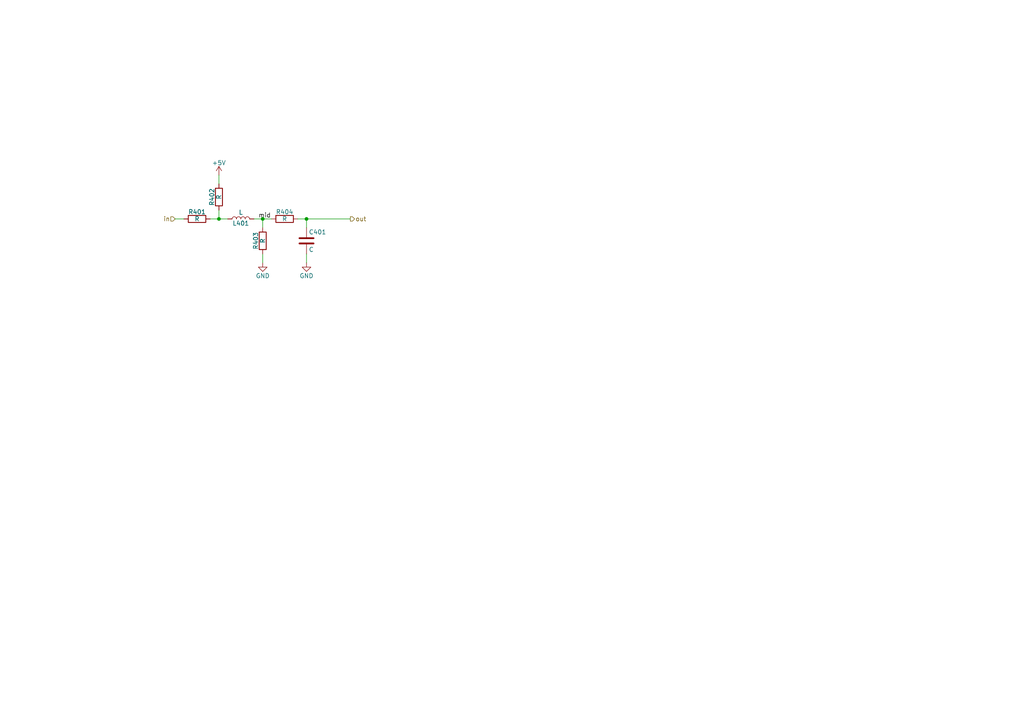
<source format=kicad_sch>
(kicad_sch (version 20231120) (generator "eeschema") (generator_version "8.0")
  (paper "A4")
  (lib_symbols
    (symbol "Device:C" (pin_numbers hide) (pin_names (offset 0.254))
      (property "Reference" "C" (at 0.635 2.54 0))
      (property "Value" "C" (at 0.635 -2.54 0))
      (symbol "C_0_1"
        (polyline (pts (xy -2.032 -0.762) (xy 2.032 -0.762)) (stroke (width 0.508)))
        (polyline (pts (xy -2.032 0.762) (xy 2.032 0.762)) (stroke (width 0.508)))
      )
      (symbol "C_1_1"
        (pin passive line (at 0 3.81 270) (length 2.794) (name "~") (number "1"))
        (pin passive line (at 0 -3.81 90) (length 2.794) (name "~") (number "2"))
      )
    )
    (symbol "Device:L" (pin_numbers hide) (pin_names (offset 1.016) hide)
      (property "Reference" "L" (at -1.27 0 90))
      (property "Value" "L" (at 1.905 0 90))
      (symbol "L_0_1"
        (arc (start 0 -2.54) (mid 0.6323 -1.905) (end 0 -1.27))
        (arc (start 0 -1.27) (mid 0.6323 -0.635) (end 0 0))
        (arc (start 0 0) (mid 0.6323 0.635) (end 0 1.27))
        (arc (start 0 1.27) (mid 0.6323 1.905) (end 0 2.54))
      )
      (symbol "L_1_1"
        (pin passive line (at 0 3.81 270) (length 1.27) (name "1") (number "1"))
        (pin passive line (at 0 -3.81 90) (length 1.27) (name "2") (number "2"))
      )
    )
    (symbol "Device:R" (pin_numbers hide) (pin_names (offset 0))
      (property "Reference" "R" (at 2.032 0 90))
      (property "Value" "R" (at 0 0 90))
      (symbol "R_0_1"
        (rectangle (start -1.016 -2.54) (end 1.016 2.54) (stroke (width 0.254)))
      )
      (symbol "R_1_1"
        (pin passive line (at 0 3.81 270) (length 1.27) (name "~") (number "1"))
        (pin passive line (at 0 -3.81 90) (length 1.27) (name "~") (number "2"))
      )
    )
    (symbol "power:+5V" (power) (pin_names (offset 0))
      (property "Value" "+5V" (at 0 3.556 0))
      (symbol "+5V_0_1"
        (polyline (pts (xy -0.762 1.27) (xy 0 2.54)))
        (polyline (pts (xy 0 0) (xy 0 2.54)))
        (polyline (pts (xy 0 2.54) (xy 0.762 1.27)))
      )
      (symbol "+5V_1_1"
        (pin power_in line (at 0 0 90) (length 0) hide (name "+5V") (number "1"))
      )
    )
    (symbol "power:GND" (power) (pin_names (offset 0))
      (property "Value" "GND" (at 0 -3.81 0))
      (symbol "GND_0_1"
        (polyline (pts (xy 0 0) (xy 0 -1.27) (xy 1.27 -1.27) (xy 0 -2.54) (xy -1.27 -1.27) (xy 0 -1.27)))
      )
      (symbol "GND_1_1"
        (pin power_in line (at 0 0 270) (length 0) hide (name "GND") (number "1"))
      )
    )
  )
  (junction (at 76.2 63.5))
  (junction (at 63.5 63.5))
  (junction (at 88.9 63.5))
  (wire (pts (xy 63.5 63.5) (xy 66.04 63.5)))
  (wire (pts (xy 63.5 60.96) (xy 63.5 63.5)))
  (wire (pts (xy 88.9 63.5) (xy 101.6 63.5)))
  (wire (pts (xy 76.2 63.5) (xy 78.74 63.5)))
  (wire (pts (xy 63.5 50.8) (xy 63.5 53.34)))
  (wire (pts (xy 88.9 63.5) (xy 88.9 66.04)))
  (wire (pts (xy 88.9 73.66) (xy 88.9 76.2)))
  (wire (pts (xy 76.2 73.66) (xy 76.2 76.2)))
  (wire (pts (xy 60.96 63.5) (xy 63.5 63.5)))
  (wire (pts (xy 73.66 63.5) (xy 76.2 63.5)))
  (wire (pts (xy 50.8 63.5) (xy 53.34 63.5)))
  (wire (pts (xy 86.36 63.5) (xy 88.9 63.5)))
  (wire (pts (xy 76.2 63.5) (xy 76.2 66.04)))
  (label "mid" (at 74.93 63.5 0))
  (hierarchical_label "in" (shape input) (at 50.8 63.5 180))
  (hierarchical_label "out" (shape output) (at 101.6 63.5 0))
  (symbol (lib_id "power:GND") (at 76.2 76.2 0) (unit 1)
    (property "Reference" "#PWR0402" (effects (hide yes)))
    (property "Value" "GND" (at 76.2 80.01 0))
    (property "Description" "Power symbol creates a global label with name \"GND\" , ground" (effects (hide yes)))
    (instances (project "save_restore_destination_project" (path "" (reference "#PWR0402") (unit 1)) (path "" (reference "#PWR0702") (unit 1)) (path "" (reference "#PWR0802") (unit 1))) (project "save_restore_source_project" (path "" (reference "#PWR0302") (unit 1)) (path "" (reference "#PWR0702") (unit 1)) (path "" (reference "#PWR0802") (unit 1)) (path "" (reference "#PWR0902") (unit 1)) (path "" (reference "#PWR01002") (unit 1)) (path "" (reference "#PWR01102") (unit 1))))
  )
  (symbol (lib_id "Device:R") (at 57.15 63.5 90) (unit 1)
    (property "Reference" "R401" (at 57.15 61.468 90))
    (property "Value" "R" (at 57.15 63.5 90))
    (property "Footprint" "Resistor_SMD:R_1206_3216Metric" (effects (hide yes)))
    (property "Description" "Resistor" (effects (hide yes)))
    (instances (project "save_restore_destination_project" (path "" (reference "R401") (unit 1)) (path "" (reference "R701") (unit 1)) (path "" (reference "R801") (unit 1))) (project "save_restore_source_project" (path "" (reference "R701") (unit 1)) (path "" (reference "R301") (unit 1)) (path "" (reference "R1001") (unit 1)) (path "" (reference "R1101") (unit 1)) (path "" (reference "R801") (unit 1)) (path "" (reference "R901") (unit 1))))
  )
  (symbol (lib_id "Device:R") (at 76.2 69.85 180) (unit 1)
    (property "Reference" "R403" (at 74.168 69.85 90))
    (property "Value" "R" (at 76.2 69.85 90))
    (property "Footprint" "Resistor_SMD:R_1206_3216Metric" (effects (hide yes)))
    (property "Description" "Resistor" (effects (hide yes)))
    (instances (project "save_restore_destination_project" (path "" (reference "R403") (unit 1)) (path "" (reference "R703") (unit 1)) (path "" (reference "R803") (unit 1))) (project "save_restore_source_project" (path "" (reference "R703") (unit 1)) (path "" (reference "R303") (unit 1)) (path "" (reference "R1003") (unit 1)) (path "" (reference "R1103") (unit 1)) (path "" (reference "R803") (unit 1)) (path "" (reference "R903") (unit 1))))
  )
  (symbol (lib_id "power:+5V") (at 63.5 50.8 0) (unit 1)
    (property "Reference" "#PWR0401" (effects (hide yes)))
    (property "Value" "+5V" (at 63.5 47.244 0))
    (property "Description" "Power symbol creates a global label with name \"+5V\"" (effects (hide yes)))
    (instances (project "save_restore_destination_project" (path "" (reference "#PWR0401") (unit 1)) (path "" (reference "#PWR0701") (unit 1)) (path "" (reference "#PWR0801") (unit 1))) (project "save_restore_source_project" (path "" (reference "#PWR0301") (unit 1)) (path "" (reference "#PWR0701") (unit 1)) (path "" (reference "#PWR0801") (unit 1)) (path "" (reference "#PWR0901") (unit 1)) (path "" (reference "#PWR01001") (unit 1)) (path "" (reference "#PWR01101") (unit 1))))
  )
  (symbol (lib_id "Device:L") (at 69.85 63.5 90) (unit 1)
    (property "Reference" "L401" (at 69.85 64.77 90))
    (property "Value" "L" (at 69.85 61.595 90))
    (property "Footprint" "Inductor_SMD:L_1206_3216Metric" (effects (hide yes)))
    (property "Description" "Inductor" (effects (hide yes)))
    (instances (project "save_restore_destination_project" (path "" (reference "L401") (unit 1)) (path "" (reference "L701") (unit 1)) (path "" (reference "L801") (unit 1))) (project "save_restore_source_project" (path "" (reference "L701") (unit 1)) (path "" (reference "L301") (unit 1)) (path "" (reference "L1001") (unit 1)) (path "" (reference "L1101") (unit 1)) (path "" (reference "L801") (unit 1)) (path "" (reference "L901") (unit 1))))
  )
  (symbol (lib_id "Device:R") (at 63.5 57.15 180) (unit 1)
    (property "Reference" "R402" (at 61.468 57.15 90))
    (property "Value" "R" (at 63.5 57.15 90))
    (property "Footprint" "Resistor_SMD:R_1206_3216Metric" (effects (hide yes)))
    (property "Description" "Resistor" (effects (hide yes)))
    (instances (project "save_restore_destination_project" (path "" (reference "R402") (unit 1)) (path "" (reference "R702") (unit 1)) (path "" (reference "R802") (unit 1))) (project "save_restore_source_project" (path "" (reference "R702") (unit 1)) (path "" (reference "R302") (unit 1)) (path "" (reference "R1002") (unit 1)) (path "" (reference "R1102") (unit 1)) (path "" (reference "R802") (unit 1)) (path "" (reference "R902") (unit 1))))
  )
  (symbol (lib_id "Device:C") (at 88.9 69.85 0) (unit 1)
    (property "Reference" "C401" (at 89.535 67.31 0) (effects (justify left)))
    (property "Value" "C" (at 89.535 72.39 0) (effects (justify left)))
    (property "Footprint" "Capacitor_SMD:C_1206_3216Metric" (effects (hide yes)))
    (property "Description" "Unpolarized capacitor" (effects (hide yes)))
    (instances (project "save_restore_destination_project" (path "" (reference "C401") (unit 1)) (path "" (reference "C701") (unit 1)) (path "" (reference "C801") (unit 1))) (project "save_restore_source_project" (path "" (reference "C701") (unit 1)) (path "" (reference "C301") (unit 1)) (path "" (reference "C1001") (unit 1)) (path "" (reference "C1101") (unit 1)) (path "" (reference "C801") (unit 1)) (path "" (reference "C901") (unit 1))))
  )
  (symbol (lib_id "power:GND") (at 88.9 76.2 0) (unit 1)
    (property "Reference" "#PWR0403" (effects (hide yes)))
    (property "Value" "GND" (at 88.9 80.01 0))
    (property "Description" "Power symbol creates a global label with name \"GND\" , ground" (effects (hide yes)))
    (instances (project "save_restore_destination_project" (path "" (reference "#PWR0403") (unit 1)) (path "" (reference "#PWR0703") (unit 1)) (path "" (reference "#PWR0803") (unit 1))) (project "save_restore_source_project" (path "" (reference "#PWR0703") (unit 1)) (path "" (reference "#PWR0303") (unit 1)) (path "" (reference "#PWR0803") (unit 1)) (path "" (reference "#PWR0903") (unit 1)) (path "" (reference "#PWR01003") (unit 1)) (path "" (reference "#PWR01103") (unit 1))))
  )
  (symbol (lib_id "Device:R") (at 82.55 63.5 90) (unit 1)
    (property "Reference" "R404" (at 82.55 61.468 90))
    (property "Value" "R" (at 82.55 63.5 90))
    (property "Footprint" "Resistor_SMD:R_1206_3216Metric" (effects (hide yes)))
    (property "Description" "Resistor" (effects (hide yes)))
    (instances (project "save_restore_destination_project" (path "" (reference "R404") (unit 1)) (path "" (reference "R704") (unit 1)) (path "" (reference "R804") (unit 1))) (project "save_restore_source_project" (path "" (reference "R704") (unit 1)) (path "" (reference "R304") (unit 1)) (path "" (reference "R1004") (unit 1)) (path "" (reference "R1104") (unit 1)) (path "" (reference "R804") (unit 1)) (path "" (reference "R904") (unit 1))))
  )
)
</source>
